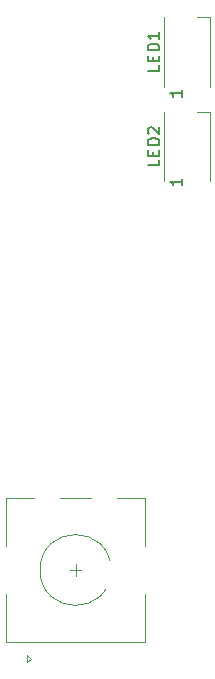
<source format=gto>
G04 #@! TF.GenerationSoftware,KiCad,Pcbnew,(5.1.6-0-10_14)*
G04 #@! TF.CreationDate,2020-06-28T15:00:23+09:00*
G04 #@! TF.ProjectId,Jones,4a6f6e65-732e-46b6-9963-61645f706362,rev?*
G04 #@! TF.SameCoordinates,Original*
G04 #@! TF.FileFunction,Legend,Top*
G04 #@! TF.FilePolarity,Positive*
%FSLAX46Y46*%
G04 Gerber Fmt 4.6, Leading zero omitted, Abs format (unit mm)*
G04 Created by KiCad (PCBNEW (5.1.6-0-10_14)) date 2020-06-28 15:00:23*
%MOMM*%
%LPD*%
G01*
G04 APERTURE LIST*
%ADD10C,0.120000*%
%ADD11C,0.150000*%
%ADD12C,2.501900*%
%ADD13C,0.000100*%
%ADD14C,1.187400*%
%ADD15C,7.401300*%
%ADD16C,7.400240*%
%ADD17C,1.400000*%
%ADD18C,2.150000*%
%ADD19C,3.400000*%
%ADD20C,4.387800*%
%ADD21R,1.250000X2.000000*%
%ADD22C,2.400000*%
%ADD23R,2.400000X3.600000*%
%ADD24R,2.400000X2.400000*%
%ADD25C,3.448000*%
%ADD26C,4.400000*%
%ADD27C,2.600000*%
%ADD28O,1.500000X2.600000*%
%ADD29O,2.100000X2.100000*%
%ADD30R,2.100000X2.100000*%
G04 APERTURE END LIST*
D10*
X307568750Y-60800000D02*
X306493750Y-60800000D01*
X307568750Y-66700000D02*
X307568750Y-60800000D01*
X303668750Y-66700000D02*
X303668750Y-60800000D01*
X303668750Y-74700000D02*
X303668750Y-68800000D01*
X307568750Y-74700000D02*
X307568750Y-68800000D01*
X307568750Y-68800000D02*
X306493750Y-68800000D01*
X296212500Y-108119140D02*
X296212500Y-107119140D01*
X295712500Y-107619140D02*
X296712500Y-107619140D01*
X299712500Y-101519140D02*
X302112500Y-101519140D01*
X294912500Y-101519140D02*
X297512500Y-101519140D01*
X290312500Y-101519140D02*
X292712500Y-101519140D01*
X292112500Y-114819140D02*
X292412500Y-115119140D01*
X292112500Y-115419140D02*
X292112500Y-114819140D01*
X292412500Y-115119140D02*
X292112500Y-115419140D01*
X290312500Y-113719140D02*
X302112500Y-113719140D01*
X290312500Y-109619140D02*
X290312500Y-113719140D01*
X302112500Y-109619140D02*
X302112500Y-113719140D01*
X302112500Y-101519140D02*
X302112500Y-105619140D01*
X290312500Y-105619140D02*
X290312500Y-101519140D01*
X299212500Y-107619140D02*
G75*
G03*
X299212500Y-107619140I-3000000J0D01*
G01*
D11*
X303321130Y-64869047D02*
X303321130Y-65345238D01*
X302321130Y-65345238D01*
X302797321Y-64535714D02*
X302797321Y-64202380D01*
X303321130Y-64059523D02*
X303321130Y-64535714D01*
X302321130Y-64535714D01*
X302321130Y-64059523D01*
X303321130Y-63630952D02*
X302321130Y-63630952D01*
X302321130Y-63392857D01*
X302368750Y-63250000D01*
X302463988Y-63154761D01*
X302559226Y-63107142D01*
X302749702Y-63059523D01*
X302892559Y-63059523D01*
X303083035Y-63107142D01*
X303178273Y-63154761D01*
X303273511Y-63250000D01*
X303321130Y-63392857D01*
X303321130Y-63630952D01*
X303321130Y-62107142D02*
X303321130Y-62678571D01*
X303321130Y-62392857D02*
X302321130Y-62392857D01*
X302463988Y-62488095D01*
X302559226Y-62583333D01*
X302606845Y-62678571D01*
X305196130Y-66964285D02*
X305196130Y-67535714D01*
X305196130Y-67250000D02*
X304196130Y-67250000D01*
X304338988Y-67345238D01*
X304434226Y-67440476D01*
X304481845Y-67535714D01*
X303321130Y-72869047D02*
X303321130Y-73345238D01*
X302321130Y-73345238D01*
X302797321Y-72535714D02*
X302797321Y-72202380D01*
X303321130Y-72059523D02*
X303321130Y-72535714D01*
X302321130Y-72535714D01*
X302321130Y-72059523D01*
X303321130Y-71630952D02*
X302321130Y-71630952D01*
X302321130Y-71392857D01*
X302368750Y-71250000D01*
X302463988Y-71154761D01*
X302559226Y-71107142D01*
X302749702Y-71059523D01*
X302892559Y-71059523D01*
X303083035Y-71107142D01*
X303178273Y-71154761D01*
X303273511Y-71250000D01*
X303321130Y-71392857D01*
X303321130Y-71630952D01*
X302416369Y-70678571D02*
X302368750Y-70630952D01*
X302321130Y-70535714D01*
X302321130Y-70297619D01*
X302368750Y-70202380D01*
X302416369Y-70154761D01*
X302511607Y-70107142D01*
X302606845Y-70107142D01*
X302749702Y-70154761D01*
X303321130Y-70726190D01*
X303321130Y-70107142D01*
X305196130Y-74464285D02*
X305196130Y-75035714D01*
X305196130Y-74750000D02*
X304196130Y-74750000D01*
X304338988Y-74845238D01*
X304434226Y-74940476D01*
X304481845Y-75035714D01*
%LPC*%
D12*
X303800000Y-76399050D02*
X307600000Y-76399050D01*
X303800000Y-81700950D02*
X307650000Y-81700950D01*
X22600000Y-76399050D02*
X26400000Y-76399050D01*
X22600000Y-81700950D02*
X26400000Y-81700950D01*
X301149050Y-79050000D02*
G75*
G02*
X303800000Y-76399050I2650950J0D01*
G01*
X303800000Y-81700950D02*
G75*
G02*
X301149050Y-79050000I0J2650950D01*
G01*
X29050950Y-79050000D02*
G75*
G03*
X26400000Y-76399050I-2650950J0D01*
G01*
X26400000Y-81700950D02*
G75*
G03*
X29050950Y-79050000I0J2650950D01*
G01*
D13*
G36*
X43792000Y-24446000D02*
G01*
X43792000Y-26946000D01*
X43792891Y-26980018D01*
X43795561Y-27013944D01*
X43800003Y-27047682D01*
X43806204Y-27081143D01*
X43814148Y-27114232D01*
X43823813Y-27146861D01*
X43835173Y-27178939D01*
X43848195Y-27210379D01*
X43862846Y-27241094D01*
X43879083Y-27271000D01*
X43896864Y-27300015D01*
X43916139Y-27328060D01*
X43936855Y-27355058D01*
X43958956Y-27380935D01*
X43982381Y-27405619D01*
X44007065Y-27429044D01*
X44032942Y-27451145D01*
X44059940Y-27471861D01*
X44087985Y-27491136D01*
X44117000Y-27508917D01*
X44146906Y-27525154D01*
X44177621Y-27539805D01*
X44209061Y-27552827D01*
X44241139Y-27564187D01*
X44273768Y-27573852D01*
X44306857Y-27581796D01*
X44340318Y-27587997D01*
X44374056Y-27592439D01*
X44407982Y-27595109D01*
X44442000Y-27596000D01*
X44476018Y-27595109D01*
X44509944Y-27592439D01*
X44543682Y-27587997D01*
X44577143Y-27581796D01*
X44610232Y-27573852D01*
X44642861Y-27564187D01*
X44674939Y-27552827D01*
X44706379Y-27539805D01*
X44737094Y-27525154D01*
X44767000Y-27508917D01*
X44796015Y-27491136D01*
X44824060Y-27471861D01*
X44851058Y-27451145D01*
X44876935Y-27429044D01*
X44901619Y-27405619D01*
X44925044Y-27380935D01*
X44947145Y-27355058D01*
X44967861Y-27328060D01*
X44987136Y-27300015D01*
X45004917Y-27271000D01*
X45021154Y-27241094D01*
X45035805Y-27210379D01*
X45048827Y-27178939D01*
X45060187Y-27146861D01*
X45069852Y-27114232D01*
X45077796Y-27081143D01*
X45083997Y-27047682D01*
X45088439Y-27013944D01*
X45091109Y-26980018D01*
X45092000Y-26946000D01*
X45092000Y-24446000D01*
X45091109Y-24411982D01*
X45088439Y-24378056D01*
X45083997Y-24344318D01*
X45077796Y-24310857D01*
X45069852Y-24277768D01*
X45060187Y-24245139D01*
X45048827Y-24213061D01*
X45035805Y-24181621D01*
X45021154Y-24150906D01*
X45004917Y-24121000D01*
X44987136Y-24091985D01*
X44967861Y-24063940D01*
X44947145Y-24036942D01*
X44925044Y-24011065D01*
X44901619Y-23986381D01*
X44876935Y-23962956D01*
X44851058Y-23940855D01*
X44824060Y-23920139D01*
X44796015Y-23900864D01*
X44767000Y-23883083D01*
X44737094Y-23866846D01*
X44706379Y-23852195D01*
X44674939Y-23839173D01*
X44642861Y-23827813D01*
X44610232Y-23818148D01*
X44577143Y-23810204D01*
X44543682Y-23804003D01*
X44509944Y-23799561D01*
X44476018Y-23796891D01*
X44442000Y-23796000D01*
X44407982Y-23796891D01*
X44374056Y-23799561D01*
X44340318Y-23804003D01*
X44306857Y-23810204D01*
X44273768Y-23818148D01*
X44241139Y-23827813D01*
X44209061Y-23839173D01*
X44177621Y-23852195D01*
X44146906Y-23866846D01*
X44117000Y-23883083D01*
X44087985Y-23900864D01*
X44059940Y-23920139D01*
X44032942Y-23940855D01*
X44007065Y-23962956D01*
X43982381Y-23986381D01*
X43958956Y-24011065D01*
X43936855Y-24036942D01*
X43916139Y-24063940D01*
X43896864Y-24091985D01*
X43879083Y-24121000D01*
X43862846Y-24150906D01*
X43848195Y-24181621D01*
X43835173Y-24213061D01*
X43823813Y-24245139D01*
X43814148Y-24277768D01*
X43806204Y-24310857D01*
X43800003Y-24344318D01*
X43795561Y-24378056D01*
X43792891Y-24411982D01*
X43792000Y-24446000D01*
G37*
X43792000Y-24446000D02*
X43792000Y-26946000D01*
X43792891Y-26980018D01*
X43795561Y-27013944D01*
X43800003Y-27047682D01*
X43806204Y-27081143D01*
X43814148Y-27114232D01*
X43823813Y-27146861D01*
X43835173Y-27178939D01*
X43848195Y-27210379D01*
X43862846Y-27241094D01*
X43879083Y-27271000D01*
X43896864Y-27300015D01*
X43916139Y-27328060D01*
X43936855Y-27355058D01*
X43958956Y-27380935D01*
X43982381Y-27405619D01*
X44007065Y-27429044D01*
X44032942Y-27451145D01*
X44059940Y-27471861D01*
X44087985Y-27491136D01*
X44117000Y-27508917D01*
X44146906Y-27525154D01*
X44177621Y-27539805D01*
X44209061Y-27552827D01*
X44241139Y-27564187D01*
X44273768Y-27573852D01*
X44306857Y-27581796D01*
X44340318Y-27587997D01*
X44374056Y-27592439D01*
X44407982Y-27595109D01*
X44442000Y-27596000D01*
X44476018Y-27595109D01*
X44509944Y-27592439D01*
X44543682Y-27587997D01*
X44577143Y-27581796D01*
X44610232Y-27573852D01*
X44642861Y-27564187D01*
X44674939Y-27552827D01*
X44706379Y-27539805D01*
X44737094Y-27525154D01*
X44767000Y-27508917D01*
X44796015Y-27491136D01*
X44824060Y-27471861D01*
X44851058Y-27451145D01*
X44876935Y-27429044D01*
X44901619Y-27405619D01*
X44925044Y-27380935D01*
X44947145Y-27355058D01*
X44967861Y-27328060D01*
X44987136Y-27300015D01*
X45004917Y-27271000D01*
X45021154Y-27241094D01*
X45035805Y-27210379D01*
X45048827Y-27178939D01*
X45060187Y-27146861D01*
X45069852Y-27114232D01*
X45077796Y-27081143D01*
X45083997Y-27047682D01*
X45088439Y-27013944D01*
X45091109Y-26980018D01*
X45092000Y-26946000D01*
X45092000Y-24446000D01*
X45091109Y-24411982D01*
X45088439Y-24378056D01*
X45083997Y-24344318D01*
X45077796Y-24310857D01*
X45069852Y-24277768D01*
X45060187Y-24245139D01*
X45048827Y-24213061D01*
X45035805Y-24181621D01*
X45021154Y-24150906D01*
X45004917Y-24121000D01*
X44987136Y-24091985D01*
X44967861Y-24063940D01*
X44947145Y-24036942D01*
X44925044Y-24011065D01*
X44901619Y-23986381D01*
X44876935Y-23962956D01*
X44851058Y-23940855D01*
X44824060Y-23920139D01*
X44796015Y-23900864D01*
X44767000Y-23883083D01*
X44737094Y-23866846D01*
X44706379Y-23852195D01*
X44674939Y-23839173D01*
X44642861Y-23827813D01*
X44610232Y-23818148D01*
X44577143Y-23810204D01*
X44543682Y-23804003D01*
X44509944Y-23799561D01*
X44476018Y-23796891D01*
X44442000Y-23796000D01*
X44407982Y-23796891D01*
X44374056Y-23799561D01*
X44340318Y-23804003D01*
X44306857Y-23810204D01*
X44273768Y-23818148D01*
X44241139Y-23827813D01*
X44209061Y-23839173D01*
X44177621Y-23852195D01*
X44146906Y-23866846D01*
X44117000Y-23883083D01*
X44087985Y-23900864D01*
X44059940Y-23920139D01*
X44032942Y-23940855D01*
X44007065Y-23962956D01*
X43982381Y-23986381D01*
X43958956Y-24011065D01*
X43936855Y-24036942D01*
X43916139Y-24063940D01*
X43896864Y-24091985D01*
X43879083Y-24121000D01*
X43862846Y-24150906D01*
X43848195Y-24181621D01*
X43835173Y-24213061D01*
X43823813Y-24245139D01*
X43814148Y-24277768D01*
X43806204Y-24310857D01*
X43800003Y-24344318D01*
X43795561Y-24378056D01*
X43792891Y-24411982D01*
X43792000Y-24446000D01*
G36*
X36492000Y-24446000D02*
G01*
X36492000Y-26946000D01*
X36492891Y-26980018D01*
X36495561Y-27013944D01*
X36500003Y-27047682D01*
X36506204Y-27081143D01*
X36514148Y-27114232D01*
X36523813Y-27146861D01*
X36535173Y-27178939D01*
X36548195Y-27210379D01*
X36562846Y-27241094D01*
X36579083Y-27271000D01*
X36596864Y-27300015D01*
X36616139Y-27328060D01*
X36636855Y-27355058D01*
X36658956Y-27380935D01*
X36682381Y-27405619D01*
X36707065Y-27429044D01*
X36732942Y-27451145D01*
X36759940Y-27471861D01*
X36787985Y-27491136D01*
X36817000Y-27508917D01*
X36846906Y-27525154D01*
X36877621Y-27539805D01*
X36909061Y-27552827D01*
X36941139Y-27564187D01*
X36973768Y-27573852D01*
X37006857Y-27581796D01*
X37040318Y-27587997D01*
X37074056Y-27592439D01*
X37107982Y-27595109D01*
X37142000Y-27596000D01*
X37176018Y-27595109D01*
X37209944Y-27592439D01*
X37243682Y-27587997D01*
X37277143Y-27581796D01*
X37310232Y-27573852D01*
X37342861Y-27564187D01*
X37374939Y-27552827D01*
X37406379Y-27539805D01*
X37437094Y-27525154D01*
X37467000Y-27508917D01*
X37496015Y-27491136D01*
X37524060Y-27471861D01*
X37551058Y-27451145D01*
X37576935Y-27429044D01*
X37601619Y-27405619D01*
X37625044Y-27380935D01*
X37647145Y-27355058D01*
X37667861Y-27328060D01*
X37687136Y-27300015D01*
X37704917Y-27271000D01*
X37721154Y-27241094D01*
X37735805Y-27210379D01*
X37748827Y-27178939D01*
X37760187Y-27146861D01*
X37769852Y-27114232D01*
X37777796Y-27081143D01*
X37783997Y-27047682D01*
X37788439Y-27013944D01*
X37791109Y-26980018D01*
X37792000Y-26946000D01*
X37792000Y-24446000D01*
X37791109Y-24411982D01*
X37788439Y-24378056D01*
X37783997Y-24344318D01*
X37777796Y-24310857D01*
X37769852Y-24277768D01*
X37760187Y-24245139D01*
X37748827Y-24213061D01*
X37735805Y-24181621D01*
X37721154Y-24150906D01*
X37704917Y-24121000D01*
X37687136Y-24091985D01*
X37667861Y-24063940D01*
X37647145Y-24036942D01*
X37625044Y-24011065D01*
X37601619Y-23986381D01*
X37576935Y-23962956D01*
X37551058Y-23940855D01*
X37524060Y-23920139D01*
X37496015Y-23900864D01*
X37467000Y-23883083D01*
X37437094Y-23866846D01*
X37406379Y-23852195D01*
X37374939Y-23839173D01*
X37342861Y-23827813D01*
X37310232Y-23818148D01*
X37277143Y-23810204D01*
X37243682Y-23804003D01*
X37209944Y-23799561D01*
X37176018Y-23796891D01*
X37142000Y-23796000D01*
X37107982Y-23796891D01*
X37074056Y-23799561D01*
X37040318Y-23804003D01*
X37006857Y-23810204D01*
X36973768Y-23818148D01*
X36941139Y-23827813D01*
X36909061Y-23839173D01*
X36877621Y-23852195D01*
X36846906Y-23866846D01*
X36817000Y-23883083D01*
X36787985Y-23900864D01*
X36759940Y-23920139D01*
X36732942Y-23940855D01*
X36707065Y-23962956D01*
X36682381Y-23986381D01*
X36658956Y-24011065D01*
X36636855Y-24036942D01*
X36616139Y-24063940D01*
X36596864Y-24091985D01*
X36579083Y-24121000D01*
X36562846Y-24150906D01*
X36548195Y-24181621D01*
X36535173Y-24213061D01*
X36523813Y-24245139D01*
X36514148Y-24277768D01*
X36506204Y-24310857D01*
X36500003Y-24344318D01*
X36495561Y-24378056D01*
X36492891Y-24411982D01*
X36492000Y-24446000D01*
G37*
X36492000Y-24446000D02*
X36492000Y-26946000D01*
X36492891Y-26980018D01*
X36495561Y-27013944D01*
X36500003Y-27047682D01*
X36506204Y-27081143D01*
X36514148Y-27114232D01*
X36523813Y-27146861D01*
X36535173Y-27178939D01*
X36548195Y-27210379D01*
X36562846Y-27241094D01*
X36579083Y-27271000D01*
X36596864Y-27300015D01*
X36616139Y-27328060D01*
X36636855Y-27355058D01*
X36658956Y-27380935D01*
X36682381Y-27405619D01*
X36707065Y-27429044D01*
X36732942Y-27451145D01*
X36759940Y-27471861D01*
X36787985Y-27491136D01*
X36817000Y-27508917D01*
X36846906Y-27525154D01*
X36877621Y-27539805D01*
X36909061Y-27552827D01*
X36941139Y-27564187D01*
X36973768Y-27573852D01*
X37006857Y-27581796D01*
X37040318Y-27587997D01*
X37074056Y-27592439D01*
X37107982Y-27595109D01*
X37142000Y-27596000D01*
X37176018Y-27595109D01*
X37209944Y-27592439D01*
X37243682Y-27587997D01*
X37277143Y-27581796D01*
X37310232Y-27573852D01*
X37342861Y-27564187D01*
X37374939Y-27552827D01*
X37406379Y-27539805D01*
X37437094Y-27525154D01*
X37467000Y-27508917D01*
X37496015Y-27491136D01*
X37524060Y-27471861D01*
X37551058Y-27451145D01*
X37576935Y-27429044D01*
X37601619Y-27405619D01*
X37625044Y-27380935D01*
X37647145Y-27355058D01*
X37667861Y-27328060D01*
X37687136Y-27300015D01*
X37704917Y-27271000D01*
X37721154Y-27241094D01*
X37735805Y-27210379D01*
X37748827Y-27178939D01*
X37760187Y-27146861D01*
X37769852Y-27114232D01*
X37777796Y-27081143D01*
X37783997Y-27047682D01*
X37788439Y-27013944D01*
X37791109Y-26980018D01*
X37792000Y-26946000D01*
X37792000Y-24446000D01*
X37791109Y-24411982D01*
X37788439Y-24378056D01*
X37783997Y-24344318D01*
X37777796Y-24310857D01*
X37769852Y-24277768D01*
X37760187Y-24245139D01*
X37748827Y-24213061D01*
X37735805Y-24181621D01*
X37721154Y-24150906D01*
X37704917Y-24121000D01*
X37687136Y-24091985D01*
X37667861Y-24063940D01*
X37647145Y-24036942D01*
X37625044Y-24011065D01*
X37601619Y-23986381D01*
X37576935Y-23962956D01*
X37551058Y-23940855D01*
X37524060Y-23920139D01*
X37496015Y-23900864D01*
X37467000Y-23883083D01*
X37437094Y-23866846D01*
X37406379Y-23852195D01*
X37374939Y-23839173D01*
X37342861Y-23827813D01*
X37310232Y-23818148D01*
X37277143Y-23810204D01*
X37243682Y-23804003D01*
X37209944Y-23799561D01*
X37176018Y-23796891D01*
X37142000Y-23796000D01*
X37107982Y-23796891D01*
X37074056Y-23799561D01*
X37040318Y-23804003D01*
X37006857Y-23810204D01*
X36973768Y-23818148D01*
X36941139Y-23827813D01*
X36909061Y-23839173D01*
X36877621Y-23852195D01*
X36846906Y-23866846D01*
X36817000Y-23883083D01*
X36787985Y-23900864D01*
X36759940Y-23920139D01*
X36732942Y-23940855D01*
X36707065Y-23962956D01*
X36682381Y-23986381D01*
X36658956Y-24011065D01*
X36636855Y-24036942D01*
X36616139Y-24063940D01*
X36596864Y-24091985D01*
X36579083Y-24121000D01*
X36562846Y-24150906D01*
X36548195Y-24181621D01*
X36535173Y-24213061D01*
X36523813Y-24245139D01*
X36514148Y-24277768D01*
X36506204Y-24310857D01*
X36500003Y-24344318D01*
X36495561Y-24378056D01*
X36492891Y-24411982D01*
X36492000Y-24446000D01*
D14*
X126887840Y-122742560D03*
X128157840Y-122742560D03*
X131967840Y-122742560D03*
X130697840Y-122742560D03*
X129427840Y-122742560D03*
X131967840Y-117408560D03*
X130697840Y-117408560D03*
X126887840Y-117408560D03*
X128157840Y-117408560D03*
X129427840Y-117408560D03*
X275442280Y-122737480D03*
X276712280Y-122737480D03*
X280522280Y-122737480D03*
X279252280Y-122737480D03*
X277982280Y-122737480D03*
X280522280Y-117403480D03*
X279252280Y-117403480D03*
X275442280Y-117403480D03*
X276712280Y-117403480D03*
X277982280Y-117403480D03*
D15*
X47800000Y-50450000D03*
D16*
X150800000Y-69550000D03*
X213100000Y-107750000D03*
X282650000Y-50450000D03*
D17*
X47800000Y-48150000D03*
X45500000Y-50450000D03*
X50100000Y-50450000D03*
X47800000Y-52750000D03*
X46173654Y-48823654D03*
X49426346Y-48823654D03*
X46173654Y-52076346D03*
X49426346Y-52076346D03*
X282650000Y-48150000D03*
X282650000Y-52750000D03*
X283850000Y-52750000D03*
X281450000Y-52750000D03*
X281450000Y-48150000D03*
X283850000Y-48133000D03*
X213100000Y-105450000D03*
X213100000Y-110050000D03*
X214300000Y-105450000D03*
X211900000Y-105450000D03*
X211900000Y-110050000D03*
X214300000Y-110050000D03*
X150800000Y-67250000D03*
X152000000Y-67250000D03*
X149600000Y-67250000D03*
X150800000Y-71850000D03*
X149600000Y-71850000D03*
X152000000Y-71850000D03*
X29000000Y-79050000D03*
X26400000Y-76450000D03*
X26400000Y-81650000D03*
X28238478Y-77211522D03*
X28238478Y-80888478D03*
X24357965Y-76450000D03*
X24357965Y-81650000D03*
X301200000Y-79050000D03*
X301961522Y-77211522D03*
X303800000Y-76450000D03*
X305842035Y-76450000D03*
X305842035Y-81650000D03*
X303800000Y-81650000D03*
X301961522Y-80888478D03*
D14*
X46634000Y-117398400D03*
X45364000Y-117398400D03*
X44094000Y-117398400D03*
X47904000Y-117398400D03*
X49174000Y-117398400D03*
X46634000Y-122732400D03*
X47904000Y-122732400D03*
X49174000Y-122732400D03*
X45364000Y-122732400D03*
X44094000Y-122732400D03*
D18*
X45745000Y-31775040D03*
X55905000Y-31775040D03*
D19*
X54635000Y-34315040D03*
D20*
X50825000Y-31775040D03*
D19*
X48285000Y-36855040D03*
D21*
X304743750Y-65500000D03*
X306493750Y-65500000D03*
X304743750Y-62000000D03*
X306493750Y-62000000D03*
X306493750Y-70000000D03*
X304743750Y-70000000D03*
X306493750Y-73500000D03*
X304743750Y-73500000D03*
D22*
X298712500Y-100619140D03*
X293712500Y-100619140D03*
D23*
X301812500Y-107619140D03*
X290612500Y-107619140D03*
D22*
X298712500Y-115119140D03*
X296212500Y-115119140D03*
D24*
X293712500Y-115119140D03*
D18*
X62413750Y-107975360D03*
X72573750Y-107975360D03*
D20*
X67493750Y-107975360D03*
X50825000Y-107975360D03*
D18*
X55905000Y-107975360D03*
X45745000Y-107975360D03*
X48126250Y-107975360D03*
X58286250Y-107975360D03*
D20*
X53206250Y-107975360D03*
X36537500Y-107975360D03*
D18*
X41617500Y-107975360D03*
X31457500Y-107975360D03*
D20*
X34156250Y-107975360D03*
D18*
X39236250Y-107975360D03*
X29076250Y-107975360D03*
X26695000Y-107975360D03*
X36855000Y-107975360D03*
D20*
X31775000Y-107975360D03*
D18*
X86226250Y-107975360D03*
X96386250Y-107975360D03*
D20*
X91306250Y-107975360D03*
D18*
X69557500Y-107975360D03*
X79717500Y-107975360D03*
D20*
X74637500Y-107975360D03*
X77018750Y-107975360D03*
D18*
X82098750Y-107975360D03*
X71938750Y-107975360D03*
D20*
X198456150Y-99720360D03*
X98456350Y-99720360D03*
D25*
X198456150Y-114960360D03*
X98456350Y-114960360D03*
D18*
X153536250Y-107975360D03*
X143376250Y-107975360D03*
D20*
X148456250Y-107975360D03*
X29362000Y-80670280D03*
X53238000Y-80670280D03*
D25*
X29362000Y-95910280D03*
X53238000Y-95910280D03*
D18*
X46380000Y-88925280D03*
X36220000Y-88925280D03*
D19*
X37490000Y-86385280D03*
D20*
X41300000Y-88925280D03*
D19*
X43840000Y-83845280D03*
X41458750Y-102895360D03*
D20*
X38918750Y-107975360D03*
D19*
X35108750Y-105435360D03*
D18*
X33838750Y-107975360D03*
X43998750Y-107975360D03*
D19*
X127183750Y-102895360D03*
D20*
X124643750Y-107975360D03*
D19*
X120833750Y-105435360D03*
D18*
X119563750Y-107975360D03*
X129723750Y-107975360D03*
D25*
X136581750Y-114960360D03*
X112705750Y-114960360D03*
D20*
X136581750Y-99720360D03*
X112705750Y-99720360D03*
D19*
X167665000Y-102895360D03*
D20*
X165125000Y-107975360D03*
D19*
X161315000Y-105435360D03*
D18*
X160045000Y-107975360D03*
X170205000Y-107975360D03*
D25*
X177063000Y-114960360D03*
X153187000Y-114960360D03*
D20*
X177063000Y-99720360D03*
X153187000Y-99720360D03*
D19*
X29235000Y-36855040D03*
D20*
X31775000Y-31775040D03*
D19*
X35585000Y-34315040D03*
D18*
X36855000Y-31775040D03*
X26695000Y-31775040D03*
X41617500Y-50825120D03*
X31457500Y-50825120D03*
D19*
X32727500Y-48285120D03*
D20*
X36537500Y-50825120D03*
D19*
X39077500Y-45745120D03*
D18*
X41617500Y-69875200D03*
X31457500Y-69875200D03*
D19*
X32727500Y-67335200D03*
D20*
X36537500Y-69875200D03*
D19*
X39077500Y-64795200D03*
D18*
X65430000Y-50825120D03*
X55270000Y-50825120D03*
D19*
X56540000Y-48285120D03*
D20*
X60350000Y-50825120D03*
D19*
X62890000Y-45745120D03*
X57810000Y-74955200D03*
D20*
X60350000Y-69875200D03*
D19*
X64160000Y-72415200D03*
D18*
X65430000Y-69875200D03*
X55270000Y-69875200D03*
D19*
X72415000Y-83845280D03*
D20*
X69875000Y-88925280D03*
D19*
X66065000Y-86385280D03*
D18*
X64795000Y-88925280D03*
X74955000Y-88925280D03*
X70192500Y-107975360D03*
X60032500Y-107975360D03*
D19*
X61302500Y-105435360D03*
D20*
X65112500Y-107975360D03*
D19*
X67652500Y-102895360D03*
X72415000Y-26695040D03*
D20*
X69875000Y-31775040D03*
D19*
X66065000Y-29235040D03*
D18*
X64795000Y-31775040D03*
X74955000Y-31775040D03*
X84480000Y-50825120D03*
X74320000Y-50825120D03*
D19*
X75590000Y-48285120D03*
D20*
X79400000Y-50825120D03*
D19*
X81940000Y-45745120D03*
X76860000Y-74955200D03*
D20*
X79400000Y-69875200D03*
D19*
X83210000Y-72415200D03*
D18*
X84480000Y-69875200D03*
X74320000Y-69875200D03*
D19*
X91465000Y-83845280D03*
D20*
X88925000Y-88925280D03*
D19*
X85115000Y-86385280D03*
D18*
X83845000Y-88925280D03*
X94005000Y-88925280D03*
X94005000Y-107975360D03*
X83845000Y-107975360D03*
D19*
X85115000Y-105435360D03*
D20*
X88925000Y-107975360D03*
D19*
X91465000Y-102895360D03*
X91465000Y-26695040D03*
D20*
X88925000Y-31775040D03*
D19*
X85115000Y-29235040D03*
D18*
X83845000Y-31775040D03*
X94005000Y-31775040D03*
X103530000Y-50825120D03*
X93370000Y-50825120D03*
D19*
X94640000Y-48285120D03*
D20*
X98450000Y-50825120D03*
D19*
X100990000Y-45745120D03*
X100990000Y-64795200D03*
D20*
X98450000Y-69875200D03*
D19*
X94640000Y-67335200D03*
D18*
X93370000Y-69875200D03*
X103530000Y-69875200D03*
D19*
X110515000Y-83845280D03*
D20*
X107975000Y-88925280D03*
D19*
X104165000Y-86385280D03*
D18*
X102895000Y-88925280D03*
X113055000Y-88925280D03*
D19*
X110515000Y-26695040D03*
D20*
X107975000Y-31775040D03*
D19*
X104165000Y-29235040D03*
D18*
X102895000Y-31775040D03*
X113055000Y-31775040D03*
X122580000Y-50825120D03*
X112420000Y-50825120D03*
D19*
X113690000Y-48285120D03*
D20*
X117500000Y-50825120D03*
D19*
X120040000Y-45745120D03*
X120040000Y-64795200D03*
D20*
X117500000Y-69875200D03*
D19*
X113690000Y-67335200D03*
D18*
X112420000Y-69875200D03*
X122580000Y-69875200D03*
D19*
X129565000Y-83845280D03*
D20*
X127025000Y-88925280D03*
D19*
X123215000Y-86385280D03*
D18*
X121945000Y-88925280D03*
X132105000Y-88925280D03*
D19*
X129565000Y-26695040D03*
D20*
X127025000Y-31775040D03*
D19*
X123215000Y-29235040D03*
D18*
X121945000Y-31775040D03*
X132105000Y-31775040D03*
X141630000Y-50825120D03*
X131470000Y-50825120D03*
D19*
X132740000Y-48285120D03*
D20*
X136550000Y-50825120D03*
D19*
X139090000Y-45745120D03*
X139090000Y-64795200D03*
D20*
X136550000Y-69875200D03*
D19*
X132740000Y-67335200D03*
D18*
X131470000Y-69875200D03*
X141630000Y-69875200D03*
D19*
X148615000Y-83845280D03*
D20*
X146075000Y-88925280D03*
D19*
X142265000Y-86385280D03*
D18*
X140995000Y-88925280D03*
X151155000Y-88925280D03*
X151155000Y-31775040D03*
X140995000Y-31775040D03*
D19*
X142265000Y-29235040D03*
D20*
X146075000Y-31775040D03*
D19*
X148615000Y-26695040D03*
D18*
X160680000Y-50825120D03*
X150520000Y-50825120D03*
D19*
X151790000Y-48285120D03*
D20*
X155600000Y-50825120D03*
D19*
X158140000Y-45745120D03*
X153060000Y-74955200D03*
D20*
X155600000Y-69875200D03*
D19*
X159410000Y-72415200D03*
D18*
X160680000Y-69875200D03*
X150520000Y-69875200D03*
D19*
X167665000Y-83845280D03*
D20*
X165125000Y-88925280D03*
D19*
X161315000Y-86385280D03*
D18*
X160045000Y-88925280D03*
X170205000Y-88925280D03*
D19*
X167665000Y-26695040D03*
D20*
X165125000Y-31775040D03*
D19*
X161315000Y-29235040D03*
D18*
X160045000Y-31775040D03*
X170205000Y-31775040D03*
X179730000Y-50825120D03*
X169570000Y-50825120D03*
D19*
X170840000Y-48285120D03*
D20*
X174650000Y-50825120D03*
D19*
X177190000Y-45745120D03*
D18*
X179730000Y-69875200D03*
X169570000Y-69875200D03*
D19*
X170840000Y-67335200D03*
D20*
X174650000Y-69875200D03*
D19*
X177190000Y-64795200D03*
X186715000Y-83845280D03*
D20*
X184175000Y-88925280D03*
D19*
X180365000Y-86385280D03*
D18*
X179095000Y-88925280D03*
X189255000Y-88925280D03*
X189255000Y-31775040D03*
X179095000Y-31775040D03*
D19*
X180365000Y-29235040D03*
D20*
X184175000Y-31775040D03*
D19*
X186715000Y-26695040D03*
D18*
X198780000Y-50825120D03*
X188620000Y-50825120D03*
D19*
X189890000Y-48285120D03*
D20*
X193700000Y-50825120D03*
D19*
X196240000Y-45745120D03*
D18*
X198780000Y-69875200D03*
X188620000Y-69875200D03*
D19*
X189890000Y-67335200D03*
D20*
X193700000Y-69875200D03*
D19*
X196240000Y-64795200D03*
X205765000Y-83845280D03*
D20*
X203225000Y-88925280D03*
D19*
X199415000Y-86385280D03*
D18*
X198145000Y-88925280D03*
X208305000Y-88925280D03*
D19*
X205765000Y-26695040D03*
D20*
X203225000Y-31775040D03*
D19*
X199415000Y-29235040D03*
D18*
X198145000Y-31775040D03*
X208305000Y-31775040D03*
X217830000Y-50825120D03*
X207670000Y-50825120D03*
D19*
X208940000Y-48285120D03*
D20*
X212750000Y-50825120D03*
D19*
X215290000Y-45745120D03*
D18*
X217830000Y-69875200D03*
X207670000Y-69875200D03*
D19*
X208940000Y-67335200D03*
D20*
X212750000Y-69875200D03*
D19*
X215290000Y-64795200D03*
X224815000Y-83845280D03*
D20*
X222275000Y-88925280D03*
D19*
X218465000Y-86385280D03*
D18*
X217195000Y-88925280D03*
X227355000Y-88925280D03*
X227355000Y-31775040D03*
X217195000Y-31775040D03*
D19*
X218465000Y-29235040D03*
D20*
X222275000Y-31775040D03*
D19*
X224815000Y-26695040D03*
D18*
X236880000Y-50825120D03*
X226720000Y-50825120D03*
D19*
X227990000Y-48285120D03*
D20*
X231800000Y-50825120D03*
D19*
X234340000Y-45745120D03*
D18*
X236880000Y-69875200D03*
X226720000Y-69875200D03*
D19*
X227990000Y-67335200D03*
D20*
X231800000Y-69875200D03*
D19*
X234340000Y-64795200D03*
X201002500Y-102895360D03*
D20*
X198462500Y-107975360D03*
D19*
X194652500Y-105435360D03*
D18*
X193382500Y-107975360D03*
X203542500Y-107975360D03*
D19*
X243865000Y-26695040D03*
D20*
X241325000Y-31775040D03*
D19*
X237515000Y-29235040D03*
D18*
X236245000Y-31775040D03*
X246405000Y-31775040D03*
D19*
X258152500Y-45745120D03*
D20*
X255612500Y-50825120D03*
D19*
X251802500Y-48285120D03*
D18*
X250532500Y-50825120D03*
X260692500Y-50825120D03*
D19*
X243865000Y-83845280D03*
D20*
X241325000Y-88925280D03*
D19*
X237515000Y-86385280D03*
D18*
X236245000Y-88925280D03*
X246405000Y-88925280D03*
X265455000Y-31775040D03*
X255295000Y-31775040D03*
D19*
X256565000Y-29235040D03*
D20*
X260375000Y-31775040D03*
D19*
X262915000Y-26695040D03*
D18*
X298792500Y-69875200D03*
X288632500Y-69875200D03*
D19*
X289902500Y-67335200D03*
D20*
X293712500Y-69875200D03*
D19*
X296252500Y-64795200D03*
D18*
X272598750Y-88925280D03*
X262438750Y-88925280D03*
D19*
X263708750Y-86385280D03*
D20*
X267518750Y-88925280D03*
D19*
X270058750Y-83845280D03*
D18*
X258311250Y-107975360D03*
X248151250Y-107975360D03*
D19*
X249421250Y-105435360D03*
D20*
X253231250Y-107975360D03*
D19*
X255771250Y-102895360D03*
X281965000Y-26695040D03*
D20*
X279425000Y-31775040D03*
D19*
X275615000Y-29235040D03*
D18*
X274345000Y-31775040D03*
X284505000Y-31775040D03*
X303555000Y-31775040D03*
X293395000Y-31775040D03*
D19*
X294665000Y-29235040D03*
D20*
X298475000Y-31775040D03*
D19*
X301015000Y-26695040D03*
D18*
X303555000Y-50825120D03*
X293395000Y-50825120D03*
D19*
X294665000Y-48285120D03*
D20*
X298475000Y-50825120D03*
D19*
X301015000Y-45745120D03*
D18*
X291013750Y-88925280D03*
X301173750Y-88925280D03*
D19*
X299903750Y-91465280D03*
D20*
X296093750Y-88925280D03*
D19*
X293553750Y-94005280D03*
D18*
X191001250Y-107975360D03*
X201161250Y-107975360D03*
D20*
X196081250Y-107975360D03*
X222275000Y-107975360D03*
D18*
X227355000Y-107975360D03*
X217195000Y-107975360D03*
D26*
X219893750Y-107975360D03*
D27*
X223703750Y-110515360D03*
X217353750Y-113055360D03*
D19*
X281965000Y-45745120D03*
D20*
X279425000Y-50825120D03*
D19*
X275615000Y-48285120D03*
D18*
X274345000Y-50825120D03*
X284505000Y-50825120D03*
D20*
X250850000Y-50825120D03*
D18*
X255930000Y-50825120D03*
X245770000Y-50825120D03*
D20*
X250850000Y-69875200D03*
D18*
X255930000Y-69875200D03*
X245770000Y-69875200D03*
X243388750Y-88925280D03*
X253548750Y-88925280D03*
D20*
X248468750Y-88925280D03*
D18*
X264820000Y-50825120D03*
X274980000Y-50825120D03*
D20*
X269900000Y-50825120D03*
X274662500Y-88925280D03*
D18*
X279742500Y-88925280D03*
X269582500Y-88925280D03*
X288632500Y-50825120D03*
X298792500Y-50825120D03*
D20*
X293712500Y-50825120D03*
D18*
X298792500Y-88925280D03*
X288632500Y-88925280D03*
D20*
X293712500Y-88925280D03*
D19*
X265296250Y-64795200D03*
D20*
X262756250Y-69875200D03*
D19*
X258946250Y-67335200D03*
D18*
X257676250Y-69875200D03*
X267836250Y-69875200D03*
D25*
X274694250Y-76860200D03*
X250818250Y-76860200D03*
D20*
X274694250Y-61620200D03*
X250818250Y-61620200D03*
D18*
X255295000Y-107975360D03*
X265455000Y-107975360D03*
D20*
X260375000Y-107975360D03*
D18*
X241007500Y-107975360D03*
X251167500Y-107975360D03*
D20*
X246087500Y-107975360D03*
X241325000Y-107975360D03*
D18*
X246405000Y-107975360D03*
X236245000Y-107975360D03*
D20*
X257993750Y-107975360D03*
D18*
X263073750Y-107975360D03*
X252913750Y-107975360D03*
X229736250Y-107975360D03*
X219576250Y-107975360D03*
D20*
X224656250Y-107975360D03*
D26*
X222275000Y-107975360D03*
D27*
X218465000Y-105435360D03*
X224815000Y-102895360D03*
D20*
X269900000Y-61620200D03*
X293712500Y-61620200D03*
D25*
X269900000Y-76860200D03*
X293712500Y-76860200D03*
D18*
X276726250Y-69875200D03*
X286886250Y-69875200D03*
D20*
X281806250Y-69875200D03*
X277043750Y-40030040D03*
X300856250Y-40030040D03*
D25*
X277043750Y-24790040D03*
X300856250Y-24790040D03*
D18*
X283870000Y-31775040D03*
X294030000Y-31775040D03*
D20*
X288950000Y-31775040D03*
D28*
X37142000Y-25696000D03*
X44442000Y-25696000D03*
D27*
X277043750Y-107975360D03*
X298475000Y-107975360D03*
D29*
X89814000Y-42697000D03*
X92354000Y-42697000D03*
D30*
X94894000Y-42697000D03*
M02*

</source>
